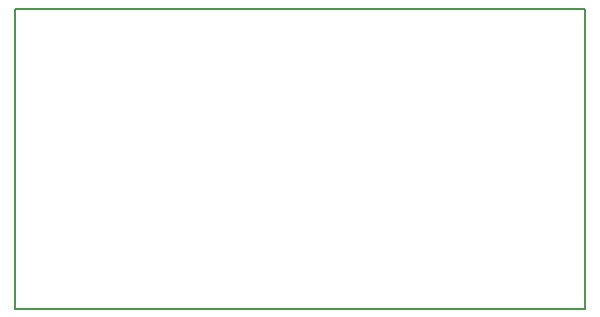
<source format=gbr>
G04 (created by PCBNEW (2013-jul-07)-stable) date Ср. 13 мая 2015 13:25:07*
%MOIN*%
G04 Gerber Fmt 3.4, Leading zero omitted, Abs format*
%FSLAX34Y34*%
G01*
G70*
G90*
G04 APERTURE LIST*
%ADD10C,0.00590551*%
G04 APERTURE END LIST*
G54D10*
X42000Y-11000D02*
X42000Y-21000D01*
X61000Y-11000D02*
X42000Y-11000D01*
X61000Y-21000D02*
X61000Y-11000D01*
X42000Y-21000D02*
X61000Y-21000D01*
M02*

</source>
